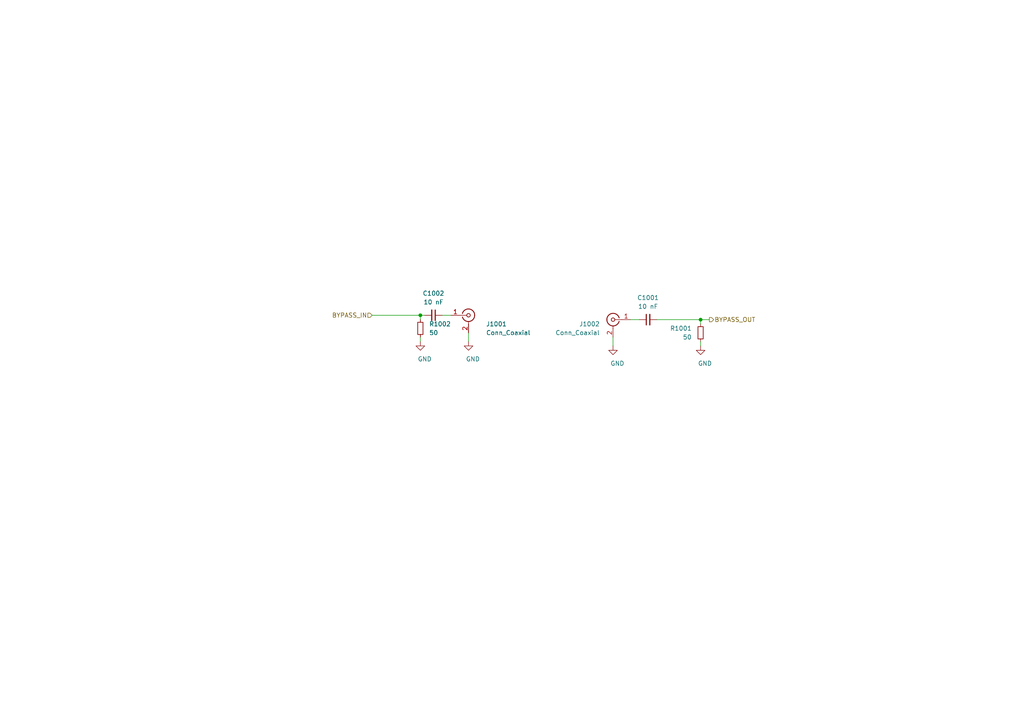
<source format=kicad_sch>
(kicad_sch (version 20211123) (generator eeschema)
  (paper "A4")
  (lib_symbols
    (symbol "Connector:Conn_Coaxial" (pin_names (offset 1.016) hide)
      (property "Reference" "J" (at 0.254 3.048 0))
      (property "Value" "Conn_Coaxial" (at 2.921 0 90))
      (symbol "Conn_Coaxial_0_1"
        (arc (start -1.778 -0.508) (mid 0.2311 -1.8066) (end 1.778 0) (stroke (width 0.254)))
        (polyline (pts (xy -2.54 0) (xy -0.508 0)))
        (polyline (pts (xy 0 -2.54) (xy 0 -1.778)))
        (circle (center 0 0) (radius 0.508) (stroke (width 0.2032)))
        (arc (start 1.778 0) (mid 0.2099 1.8101) (end -1.778 0.508) (stroke (width 0.254)))
      )
      (symbol "Conn_Coaxial_1_1"
        (pin passive line (at -5.08 0 0) (length 2.54) (name "In") (number "1"))
        (pin passive line (at 0 -5.08 90) (length 2.54) (name "Ext") (number "2"))
      )
    )
    (symbol "Device:C_Small" (pin_numbers hide) (pin_names (offset 0.254) hide)
      (property "Reference" "C" (at 0.254 1.778 0))
      (property "Value" "C_Small" (at 0.254 -2.032 0))
      (symbol "C_Small_0_1"
        (polyline (pts (xy -1.524 -0.508) (xy 1.524 -0.508)) (stroke (width 0.3302)))
        (polyline (pts (xy -1.524 0.508) (xy 1.524 0.508)) (stroke (width 0.3048)))
      )
      (symbol "C_Small_1_1"
        (pin passive line (at 0 2.54 270) (length 2.032) (name "~") (number "1"))
        (pin passive line (at 0 -2.54 90) (length 2.032) (name "~") (number "2"))
      )
    )
    (symbol "Device:R_Small" (pin_numbers hide) (pin_names (offset 0.254) hide)
      (property "Reference" "R" (at 0.762 0.508 0))
      (property "Value" "R_Small" (at 0.762 -1.016 0))
      (symbol "R_Small_0_1"
        (rectangle (start -0.762 1.778) (end 0.762 -1.778) (stroke (width 0.2032)))
      )
      (symbol "R_Small_1_1"
        (pin passive line (at 0 2.54 270) (length 0.762) (name "~") (number "1"))
        (pin passive line (at 0 -2.54 90) (length 0.762) (name "~") (number "2"))
      )
    )
    (symbol "power:GND" (power) (pin_names (offset 0))
      (property "Value" "GND" (at 0 -3.81 0))
      (symbol "GND_0_1"
        (polyline (pts (xy 0 0) (xy 0 -1.27) (xy 1.27 -1.27) (xy 0 -2.54) (xy -1.27 -1.27) (xy 0 -1.27)))
      )
      (symbol "GND_1_1"
        (pin power_in line (at 0 0 270) (length 0) hide (name "GND") (number "1"))
      )
    )
  )
  (junction (at 121.92 91.44))
  (junction (at 203.2 92.71) (diameter 0.9144))
  (wire (pts (xy 121.92 97.79) (xy 121.92 99.06)))
  (wire (pts (xy 203.2 92.71) (xy 203.2 93.98)))
  (wire (pts (xy 203.2 99.06) (xy 203.2 100.33)))
  (wire (pts (xy 107.95 91.44) (xy 121.92 91.44)))
  (wire (pts (xy 203.2 92.71) (xy 190.5 92.71)))
  (wire (pts (xy 205.74 92.71) (xy 203.2 92.71)))
  (wire (pts (xy 121.92 91.44) (xy 121.92 92.71)))
  (wire (pts (xy 185.42 92.71) (xy 182.88 92.71)))
  (wire (pts (xy 135.89 96.52) (xy 135.89 99.06)))
  (wire (pts (xy 128.27 91.44) (xy 130.81 91.44)))
  (wire (pts (xy 121.92 91.44) (xy 123.19 91.44)))
  (wire (pts (xy 177.8 97.79) (xy 177.8 100.33)))
  (hierarchical_label "BYPASS_IN" (shape input) (at 107.95 91.44 180))
  (hierarchical_label "BYPASS_OUT" (shape output) (at 205.74 92.71 0))
  (symbol (lib_id "power:GND") (at 203.2 100.33 0) (unit 1)
    (property "Reference" "#PWR01001" (effects hide))
    (property "Value" "GND" (at 204.47 105.41 0))
  )
  (symbol (lib_id "power:GND") (at 135.89 99.06 0) (unit 1)
    (property "Reference" "#PWR01003" (effects hide))
    (property "Value" "GND" (at 137.16 104.14 0))
  )
  (symbol (lib_id "Device:C_Small") (at 187.96 92.71 90) (mirror x) (unit 1)
    (property "Reference" "C1001" (at 187.96 86.36 90))
    (property "Value" "10 nF" (at 187.96 88.9 90))
    (property "Footprint" "Capacitor_SMD:C_0402_1005Metric" (effects hide))
  )
  (symbol (lib_id "Device:C_Small") (at 125.73 91.44 270) (unit 1)
    (property "Reference" "C1002" (at 125.73 85.09 90))
    (property "Value" "10 nF" (at 125.73 87.63 90))
    (property "Footprint" "Capacitor_SMD:C_0402_1005Metric" (effects hide))
  )
  (symbol (lib_id "Device:R_Small") (at 203.2 96.52 0) (mirror y) (unit 1)
    (property "Reference" "R1001" (at 200.66 95.25 0) (effects (justify left)))
    (property "Value" "50" (at 200.66 97.79 0) (effects (justify left)))
    (property "Footprint" "Resistor_SMD:R_0402_1005Metric" (effects hide))
  )
  (symbol (lib_id "Connector:Conn_Coaxial") (at 135.89 91.44 0) (unit 1)
    (property "Reference" "J1001" (at 140.97 93.98 0) (effects (justify left)))
    (property "Value" "Conn_Coaxial" (at 140.97 96.52 0) (effects (justify left)))
    (property "Footprint" "vna_mm:SF2921-61345" (effects hide))
    (property "Datasheet" " ~" (effects hide))
  )
  (symbol (lib_id "Connector:Conn_Coaxial") (at 177.8 92.71 0) (mirror y) (unit 1)
    (property "Reference" "J1002" (at 173.99 93.98 0) (effects (justify left)))
    (property "Value" "Conn_Coaxial" (at 173.99 96.52 0) (effects (justify left)))
    (property "Footprint" "vna_mm:SF2921-61345" (effects hide))
    (property "Datasheet" " ~" (effects hide))
  )
  (symbol (lib_id "power:GND") (at 177.8 100.33 0) (unit 1)
    (property "Reference" "#PWR01004" (effects hide))
    (property "Value" "GND" (at 179.07 105.41 0))
  )
  (symbol (lib_id "Device:R_Small") (at 121.92 95.25 0) (unit 1)
    (property "Reference" "R1002" (at 124.46 93.98 0) (effects (justify left)))
    (property "Value" "50" (at 124.46 96.52 0) (effects (justify left)))
    (property "Footprint" "Resistor_SMD:R_0402_1005Metric" (effects hide))
  )
  (symbol (lib_id "power:GND") (at 121.92 99.06 0) (unit 1)
    (property "Reference" "#PWR01002" (effects hide))
    (property "Value" "GND" (at 123.19 104.14 0))
  )
)
</source>
